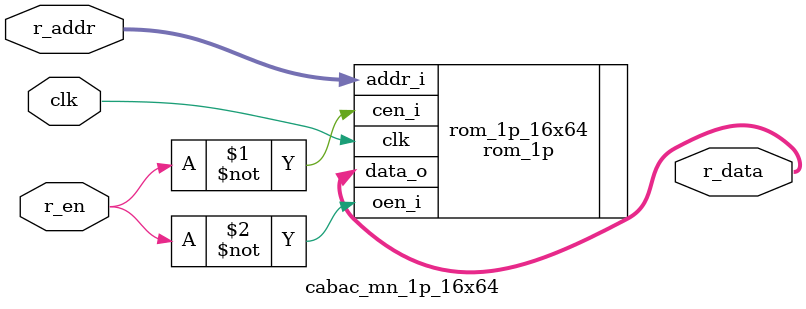
<source format=v>


module cabac_mn_1p_16x64(
				//input
				clk				,
							
				//output
				r_en			,
				r_addr			,
				r_data			



);

parameter ROM_NUM = 'd0;

// ********************************************
//                                             
//    INPUT / OUTPUT DECLARATION                            
//                                             
// ********************************************

input				clk						;	//clock signal
input				r_en					;	//read enable
input	[5:0]		r_addr					;	//read address of memory
                                        	
output	[15:0]		r_data					;	//read data from memory





// ********************************************
//                                             
//    Logic DECLARATION                 
//                                             
// ********************************************

`ifndef FPGA_MODEL

  rom_1p #(.Addr_Width(6), .Word_Width(16)) 	
  		rom_1p_16x64(
  				.clk     (clk		),
  				.cen_i   (~r_en		),
  				.oen_i   (~r_en		),
  				.addr_i  (r_addr	),
  				.data_o  (r_data	)
  );

`endif

`ifdef FPGA_MODEL

generate

if(ROM_NUM == 'd0) begin: g_rom0

rom64x16 #(
	.INIT_FILE	("rom0.mif"	)
	)rom_64x16_0(
	.address	(r_addr		),
	.clock		(clk		),
	.q			(r_data		)
);

end

else if(ROM_NUM == 'd1) begin: g_rom1

rom64x16 #(
	.INIT_FILE	("rom1.mif"	)
	)rom_64x16_1(
	.address	(r_addr		),
	.clock		(clk		),
	.q			(r_data		)
);

end

else if(ROM_NUM == 'd2) begin: g_rom2

rom64x16 #(
	.INIT_FILE	("rom2.mif"	)
	)rom_64x16_2(
	.address	(r_addr		),
	.clock		(clk		),
	.q			(r_data		)
);

end

else if(ROM_NUM == 'd3) begin: g_rom3

rom64x16 #(
	.INIT_FILE	("rom3.mif"	)
	)rom_64x16_3(
	.address	(r_addr		),
	.clock		(clk		),
	.q			(r_data		)
);

end


else if(ROM_NUM == 'd4) begin: g_rom4

rom64x16 #(
	.INIT_FILE	("rom4.mif"	)
	)rom_64x16_4(
	.address	(r_addr		),
	.clock		(clk		),
	.q			(r_data		)
);

end

endgenerate

`endif









endmodule





</source>
